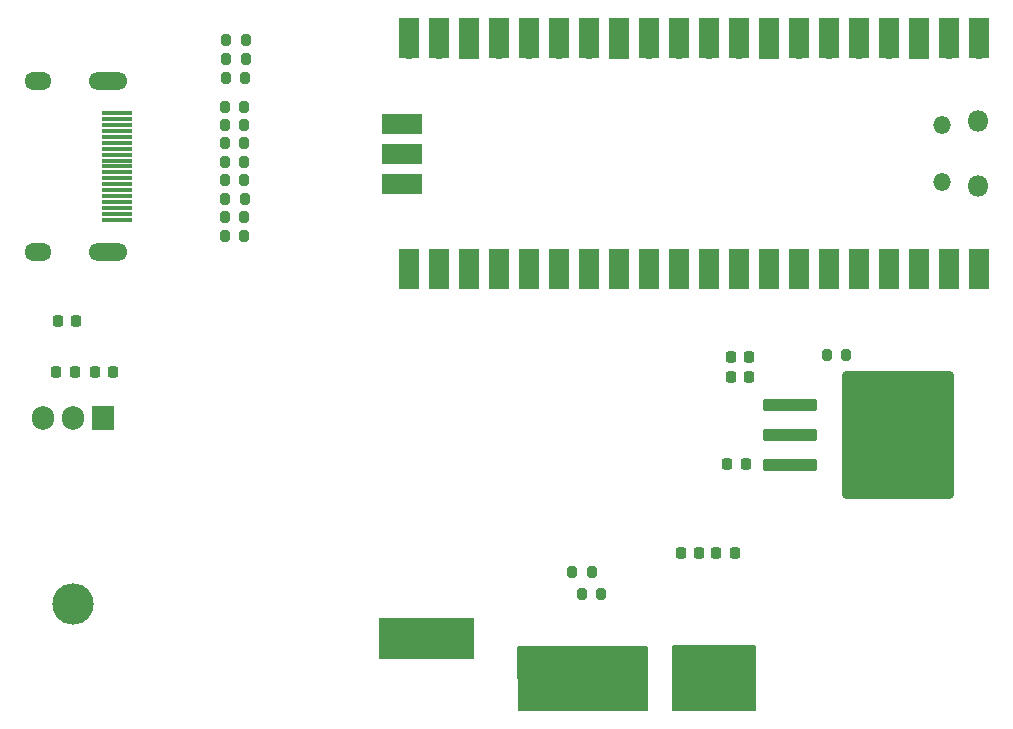
<source format=gts>
G04 #@! TF.GenerationSoftware,KiCad,Pcbnew,7.0.10-7.0.10~ubuntu22.04.1*
G04 #@! TF.CreationDate,2024-01-14T22:23:25+01:00*
G04 #@! TF.ProjectId,pico-GPU,7069636f-2d47-4505-952e-6b696361645f,rev?*
G04 #@! TF.SameCoordinates,Original*
G04 #@! TF.FileFunction,Soldermask,Top*
G04 #@! TF.FilePolarity,Negative*
%FSLAX46Y46*%
G04 Gerber Fmt 4.6, Leading zero omitted, Abs format (unit mm)*
G04 Created by KiCad (PCBNEW 7.0.10-7.0.10~ubuntu22.04.1) date 2024-01-14 22:23:25*
%MOMM*%
%LPD*%
G01*
G04 APERTURE LIST*
G04 Aperture macros list*
%AMRoundRect*
0 Rectangle with rounded corners*
0 $1 Rounding radius*
0 $2 $3 $4 $5 $6 $7 $8 $9 X,Y pos of 4 corners*
0 Add a 4 corners polygon primitive as box body*
4,1,4,$2,$3,$4,$5,$6,$7,$8,$9,$2,$3,0*
0 Add four circle primitives for the rounded corners*
1,1,$1+$1,$2,$3*
1,1,$1+$1,$4,$5*
1,1,$1+$1,$6,$7*
1,1,$1+$1,$8,$9*
0 Add four rect primitives between the rounded corners*
20,1,$1+$1,$2,$3,$4,$5,0*
20,1,$1+$1,$4,$5,$6,$7,0*
20,1,$1+$1,$6,$7,$8,$9,0*
20,1,$1+$1,$8,$9,$2,$3,0*%
G04 Aperture macros list end*
%ADD10C,0.200000*%
%ADD11RoundRect,0.218750X-0.218750X-0.256250X0.218750X-0.256250X0.218750X0.256250X-0.218750X0.256250X0*%
%ADD12RoundRect,0.218750X0.218750X0.256250X-0.218750X0.256250X-0.218750X-0.256250X0.218750X-0.256250X0*%
%ADD13RoundRect,0.225000X0.225000X0.250000X-0.225000X0.250000X-0.225000X-0.250000X0.225000X-0.250000X0*%
%ADD14RoundRect,0.200000X0.200000X0.275000X-0.200000X0.275000X-0.200000X-0.275000X0.200000X-0.275000X0*%
%ADD15RoundRect,0.225000X-0.225000X-0.250000X0.225000X-0.250000X0.225000X0.250000X-0.225000X0.250000X0*%
%ADD16O,3.500000X3.500000*%
%ADD17R,1.905000X2.000000*%
%ADD18O,1.905000X2.000000*%
%ADD19R,2.600000X0.300000*%
%ADD20O,3.300000X1.500000*%
%ADD21O,2.300000X1.500000*%
%ADD22R,3.500000X1.700000*%
%ADD23O,1.700000X1.700000*%
%ADD24R,1.700000X1.700000*%
%ADD25R,1.700000X3.500000*%
%ADD26O,1.800000X1.800000*%
%ADD27O,1.500000X1.500000*%
%ADD28RoundRect,0.250000X-2.050000X-0.300000X2.050000X-0.300000X2.050000X0.300000X-2.050000X0.300000X0*%
%ADD29RoundRect,0.250002X-4.449998X-5.149998X4.449998X-5.149998X4.449998X5.149998X-4.449998X5.149998X0*%
%ADD30RoundRect,0.200000X-0.200000X-0.275000X0.200000X-0.275000X0.200000X0.275000X-0.200000X0.275000X0*%
G04 APERTURE END LIST*
D10*
X120527800Y-193972600D02*
X109629000Y-193972600D01*
X109578200Y-188574200D01*
X120477000Y-188574200D01*
X120527800Y-193972600D01*
G36*
X120527800Y-193972600D02*
G01*
X109629000Y-193972600D01*
X109578200Y-188574200D01*
X120477000Y-188574200D01*
X120527800Y-193972600D01*
G37*
G36*
X105825000Y-189625000D02*
G01*
X97825000Y-189625000D01*
X97825000Y-186125000D01*
X105825000Y-186125000D01*
X105825000Y-189625000D01*
G37*
X129671800Y-193921800D02*
X122735400Y-193921800D01*
X122684600Y-188523400D01*
X129621000Y-188523400D01*
X129671800Y-193921800D01*
G36*
X129671800Y-193921800D02*
G01*
X122735400Y-193921800D01*
X122684600Y-188523400D01*
X129621000Y-188523400D01*
X129671800Y-193921800D01*
G37*
D11*
X126337500Y-180625000D03*
X127912500Y-180625000D03*
D12*
X124912500Y-180625000D03*
X123337500Y-180625000D03*
D13*
X75294999Y-165315000D03*
X73744999Y-165315000D03*
D14*
X116620000Y-184075000D03*
X114970000Y-184075000D03*
X86490000Y-140385000D03*
X84840000Y-140385000D03*
D15*
X70590000Y-160965000D03*
X72140000Y-160965000D03*
D14*
X115810000Y-182275000D03*
X114160000Y-182275000D03*
X86425000Y-150635000D03*
X84775000Y-150635000D03*
X86415000Y-149085000D03*
X84765000Y-149085000D03*
X86415000Y-147535000D03*
X84765000Y-147535000D03*
X86520000Y-137225000D03*
X84870000Y-137225000D03*
D13*
X128859999Y-173110000D03*
X127309999Y-173110000D03*
D15*
X127585000Y-164040000D03*
X129135000Y-164040000D03*
D16*
X71915000Y-184985000D03*
D17*
X74455000Y-169185000D03*
D18*
X71915000Y-169185000D03*
X69375000Y-169185000D03*
D15*
X127575000Y-165710000D03*
X129125000Y-165710000D03*
D14*
X86410000Y-152215000D03*
X84760000Y-152215000D03*
D19*
X75635000Y-152415000D03*
X75635000Y-151915000D03*
X75635000Y-151415000D03*
X75635000Y-150915000D03*
X75635000Y-150415000D03*
X75635000Y-149915000D03*
X75635000Y-149415000D03*
X75635000Y-148915000D03*
X75635000Y-148415000D03*
X75635000Y-147915000D03*
X75635000Y-147415000D03*
X75635000Y-146915000D03*
X75635000Y-146415000D03*
X75635000Y-145915000D03*
X75635000Y-145415000D03*
X75635000Y-144915000D03*
X75635000Y-144415000D03*
X75635000Y-143915000D03*
X75635000Y-143415000D03*
D20*
X74875000Y-155165000D03*
X74875000Y-140665000D03*
D21*
X68915000Y-155165000D03*
X68915000Y-140665000D03*
D14*
X86420000Y-142875000D03*
X84770000Y-142875000D03*
D15*
X70495000Y-165355000D03*
X72045000Y-165355000D03*
D22*
X99715000Y-149360000D03*
D23*
X100615000Y-149360000D03*
D22*
X99715000Y-146820000D03*
D24*
X100615000Y-146820000D03*
D22*
X99715000Y-144280000D03*
D23*
X100615000Y-144280000D03*
D25*
X148645000Y-156610000D03*
D23*
X148645000Y-155710000D03*
D25*
X146105000Y-156610000D03*
D23*
X146105000Y-155710000D03*
D25*
X143565000Y-156610000D03*
D24*
X143565000Y-155710000D03*
D25*
X141025000Y-156610000D03*
D23*
X141025000Y-155710000D03*
D25*
X138485000Y-156610000D03*
D23*
X138485000Y-155710000D03*
D25*
X135945000Y-156610000D03*
D23*
X135945000Y-155710000D03*
D25*
X133405000Y-156610000D03*
D23*
X133405000Y-155710000D03*
D25*
X130865000Y-156610000D03*
D24*
X130865000Y-155710000D03*
D25*
X128325000Y-156610000D03*
D23*
X128325000Y-155710000D03*
D25*
X125785000Y-156610000D03*
D23*
X125785000Y-155710000D03*
D25*
X123245000Y-156610000D03*
D23*
X123245000Y-155710000D03*
D25*
X120705000Y-156610000D03*
D23*
X120705000Y-155710000D03*
D25*
X118165000Y-156610000D03*
D24*
X118165000Y-155710000D03*
D25*
X115625000Y-156610000D03*
D23*
X115625000Y-155710000D03*
D25*
X113085000Y-156610000D03*
D23*
X113085000Y-155710000D03*
D25*
X110545000Y-156610000D03*
D23*
X110545000Y-155710000D03*
D25*
X108005000Y-156610000D03*
D23*
X108005000Y-155710000D03*
D25*
X105465000Y-156610000D03*
D24*
X105465000Y-155710000D03*
D25*
X102925000Y-156610000D03*
D23*
X102925000Y-155710000D03*
D25*
X100385000Y-156610000D03*
D23*
X100385000Y-155710000D03*
D25*
X100385000Y-137030000D03*
D23*
X100385000Y-137930000D03*
D25*
X102925000Y-137030000D03*
D23*
X102925000Y-137930000D03*
D25*
X105465000Y-137030000D03*
D24*
X105465000Y-137930000D03*
D25*
X108005000Y-137030000D03*
D23*
X108005000Y-137930000D03*
D25*
X110545000Y-137030000D03*
D23*
X110545000Y-137930000D03*
D25*
X113085000Y-137030000D03*
D23*
X113085000Y-137930000D03*
D25*
X115625000Y-137030000D03*
D23*
X115625000Y-137930000D03*
D25*
X118165000Y-137030000D03*
D24*
X118165000Y-137930000D03*
D25*
X120705000Y-137030000D03*
D23*
X120705000Y-137930000D03*
D25*
X123245000Y-137030000D03*
D23*
X123245000Y-137930000D03*
D25*
X125785000Y-137030000D03*
D23*
X125785000Y-137930000D03*
D25*
X128325000Y-137030000D03*
D23*
X128325000Y-137930000D03*
D25*
X130865000Y-137030000D03*
D24*
X130865000Y-137930000D03*
D25*
X133405000Y-137030000D03*
D23*
X133405000Y-137930000D03*
D25*
X135945000Y-137030000D03*
D23*
X135945000Y-137930000D03*
D25*
X138485000Y-137030000D03*
D23*
X138485000Y-137930000D03*
D25*
X141025000Y-137030000D03*
D23*
X141025000Y-137930000D03*
D25*
X143565000Y-137030000D03*
D24*
X143565000Y-137930000D03*
D25*
X146105000Y-137030000D03*
D23*
X146105000Y-137930000D03*
D25*
X148645000Y-137030000D03*
D23*
X148645000Y-137930000D03*
D26*
X148515000Y-149545000D03*
D27*
X145485000Y-149245000D03*
X145485000Y-144395000D03*
D26*
X148515000Y-144095000D03*
D14*
X86405000Y-153795000D03*
X84755000Y-153795000D03*
X86510000Y-138805000D03*
X84860000Y-138805000D03*
X86410000Y-144425000D03*
X84760000Y-144425000D03*
X86420000Y-145965000D03*
X84770000Y-145965000D03*
D28*
X132610000Y-168080000D03*
X132610000Y-170620000D03*
D29*
X141760000Y-170620000D03*
D28*
X132610000Y-173160000D03*
D30*
X135730000Y-163920000D03*
X137380000Y-163920000D03*
M02*

</source>
